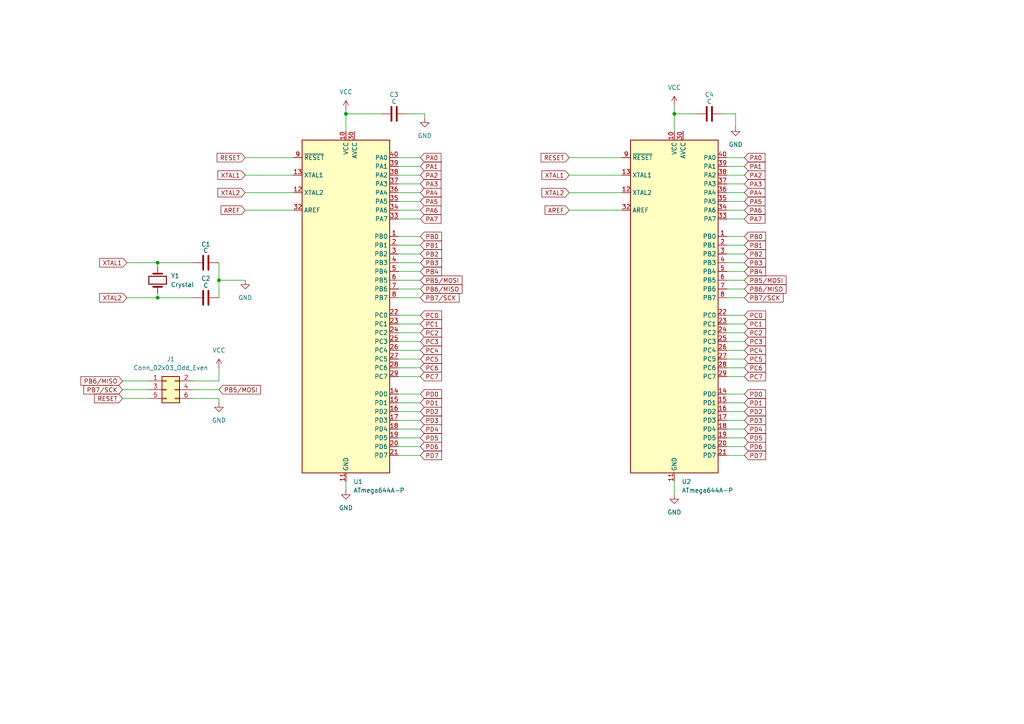
<source format=kicad_sch>
(kicad_sch (version 20250114) (generator "eeschema") (generator_version "9.0")
  (paper "A4")
  (lib_symbols
    (symbol "Connector_Generic:Conn_02x03_Odd_Even" (pin_names (offset 1.016) (hide yes))
      (property "Reference" "J" (at 1.27 5.08 0))
      (property "Value" "Conn_02x03_Odd_Even" (at 1.27 -5.08 0))
      (symbol "Conn_02x03_Odd_Even_1_1"
        (rectangle (start -1.27 3.81) (end 3.81 -3.81) (stroke (width 0.254)) (fill (type background)))
        (rectangle (start -1.27 2.667) (end 0 2.413) (stroke (width 0.1524)))
        (rectangle (start -1.27 0.127) (end 0 -0.127) (stroke (width 0.1524)))
        (rectangle (start -1.27 -2.413) (end 0 -2.667) (stroke (width 0.1524)))
        (rectangle (start 3.81 2.667) (end 2.54 2.413) (stroke (width 0.1524)))
        (rectangle (start 3.81 0.127) (end 2.54 -0.127) (stroke (width 0.1524)))
        (rectangle (start 3.81 -2.413) (end 2.54 -2.667) (stroke (width 0.1524)))
        (pin passive line (at -5.08 2.54 0) (length 3.81) (name "Pin_1") (number "1"))
        (pin passive line (at -5.08 0 0) (length 3.81) (name "Pin_3") (number "3"))
        (pin passive line (at -5.08 -2.54 0) (length 3.81) (name "Pin_5") (number "5"))
        (pin passive line (at 7.62 2.54 180) (length 3.81) (name "Pin_2") (number "2"))
        (pin passive line (at 7.62 0 180) (length 3.81) (name "Pin_4") (number "4"))
        (pin passive line (at 7.62 -2.54 180) (length 3.81) (name "Pin_6") (number "6"))
      )
    )
    (symbol "Device:C" (pin_numbers (hide yes)) (pin_names (offset 0.254))
      (property "Reference" "C" (at 0.635 2.54 0))
      (property "Value" "C" (at 0.635 -2.54 0))
      (symbol "C_0_1"
        (polyline (pts (xy -2.032 0.762) (xy 2.032 0.762)) (stroke (width 0.508)))
        (polyline (pts (xy -2.032 -0.762) (xy 2.032 -0.762)) (stroke (width 0.508)))
      )
      (symbol "C_1_1"
        (pin passive line (at 0 3.81 270) (length 2.794) (name "~") (number "1"))
        (pin passive line (at 0 -3.81 90) (length 2.794) (name "~") (number "2"))
      )
    )
    (symbol "Device:Crystal" (pin_numbers (hide yes)) (pin_names (offset 1.016) (hide yes))
      (property "Reference" "Y" (at 0 3.81 0))
      (property "Value" "Crystal" (at 0 -3.81 0))
      (symbol "Crystal_0_1"
        (polyline (pts (xy -2.54 0) (xy -1.905 0)))
        (polyline (pts (xy -1.905 -1.27) (xy -1.905 1.27)) (stroke (width 0.508)))
        (rectangle (start -1.143 2.54) (end 1.143 -2.54) (stroke (width 0.3048)))
        (polyline (pts (xy 1.905 -1.27) (xy 1.905 1.27)) (stroke (width 0.508)))
        (polyline (pts (xy 2.54 0) (xy 1.905 0)))
      )
      (symbol "Crystal_1_1"
        (pin passive line (at -3.81 0 0) (length 1.27) (name "1") (number "1"))
        (pin passive line (at 3.81 0 180) (length 1.27) (name "2") (number "2"))
      )
    )
    (symbol "MCU_Microchip_ATmega:ATmega644A-P"
      (property "Reference" "U" (at -12.7 49.53 0))
      (property "Value" "ATmega644A-P" (at 2.54 -49.53 0))
      (symbol "ATmega644A-P_0_1"
        (rectangle (start -12.7 -48.26) (end 12.7 48.26) (stroke (width 0.254)) (fill (type background)))
      )
      (symbol "ATmega644A-P_1_1"
        (pin input line (at -15.24 43.18 0) (length 2.54) (name "~{RESET}") (number "9"))
        (pin input line (at -15.24 38.1 0) (length 2.54) (name "XTAL1") (number "13"))
        (pin output line (at -15.24 33.02 0) (length 2.54) (name "XTAL2") (number "12"))
        (pin passive line (at -15.24 27.94 0) (length 2.54) (name "AREF") (number "32"))
        (pin power_in line (at 0 50.8 270) (length 2.54) (name "VCC") (number "10"))
        (pin power_in line (at 0 -50.8 90) (length 2.54) (name "GND") (number "11"))
        (pin passive line (at 0 -50.8 90) (length 2.54) (hide yes) (name "GND") (number "31"))
        (pin power_in line (at 2.54 50.8 270) (length 2.54) (name "AVCC") (number "30"))
        (pin bidirectional line (at 15.24 43.18 180) (length 2.54) (name "PA0") (number "40"))
        (pin bidirectional line (at 15.24 40.64 180) (length 2.54) (name "PA1") (number "39"))
        (pin bidirectional line (at 15.24 38.1 180) (length 2.54) (name "PA2") (number "38"))
        (pin bidirectional line (at 15.24 35.56 180) (length 2.54) (name "PA3") (number "37"))
        (pin bidirectional line (at 15.24 33.02 180) (length 2.54) (name "PA4") (number "36"))
        (pin bidirectional line (at 15.24 30.48 180) (length 2.54) (name "PA5") (number "35"))
        (pin bidirectional line (at 15.24 27.94 180) (length 2.54) (name "PA6") (number "34"))
        (pin bidirectional line (at 15.24 25.4 180) (length 2.54) (name "PA7") (number "33"))
        (pin bidirectional line (at 15.24 20.32 180) (length 2.54) (name "PB0") (number "1"))
        (pin bidirectional line (at 15.24 17.78 180) (length 2.54) (name "PB1") (number "2"))
        (pin bidirectional line (at 15.24 15.24 180) (length 2.54) (name "PB2") (number "3"))
        (pin bidirectional line (at 15.24 12.7 180) (length 2.54) (name "PB3") (number "4"))
        (pin bidirectional line (at 15.24 10.16 180) (length 2.54) (name "PB4") (number "5"))
        (pin bidirectional line (at 15.24 7.62 180) (length 2.54) (name "PB5") (number "6"))
        (pin bidirectional line (at 15.24 5.08 180) (length 2.54) (name "PB6") (number "7"))
        (pin bidirectional line (at 15.24 2.54 180) (length 2.54) (name "PB7") (number "8"))
        (pin bidirectional line (at 15.24 -2.54 180) (length 2.54) (name "PC0") (number "22"))
        (pin bidirectional line (at 15.24 -5.08 180) (length 2.54) (name "PC1") (number "23"))
        (pin bidirectional line (at 15.24 -7.62 180) (length 2.54) (name "PC2") (number "24"))
        (pin bidirectional line (at 15.24 -10.16 180) (length 2.54) (name "PC3") (number "25"))
        (pin bidirectional line (at 15.24 -12.7 180) (length 2.54) (name "PC4") (number "26"))
        (pin bidirectional line (at 15.24 -15.24 180) (length 2.54) (name "PC5") (number "27"))
        (pin bidirectional line (at 15.24 -17.78 180) (length 2.54) (name "PC6") (number "28"))
        (pin bidirectional line (at 15.24 -20.32 180) (length 2.54) (name "PC7") (number "29"))
        (pin bidirectional line (at 15.24 -25.4 180) (length 2.54) (name "PD0") (number "14"))
        (pin bidirectional line (at 15.24 -27.94 180) (length 2.54) (name "PD1") (number "15"))
        (pin bidirectional line (at 15.24 -30.48 180) (length 2.54) (name "PD2") (number "16"))
        (pin bidirectional line (at 15.24 -33.02 180) (length 2.54) (name "PD3") (number "17"))
        (pin bidirectional line (at 15.24 -35.56 180) (length 2.54) (name "PD4") (number "18"))
        (pin bidirectional line (at 15.24 -38.1 180) (length 2.54) (name "PD5") (number "19"))
        (pin bidirectional line (at 15.24 -40.64 180) (length 2.54) (name "PD6") (number "20"))
        (pin bidirectional line (at 15.24 -43.18 180) (length 2.54) (name "PD7") (number "21"))
      )
    )
    (symbol "power:GND" (power) (pin_numbers (hide yes)) (pin_names (offset 0) (hide yes))
      (property "Value" "GND" (at 0 -3.81 0))
      (symbol "GND_0_1"
        (polyline (pts (xy 0 0) (xy 0 -1.27) (xy 1.27 -1.27) (xy 0 -2.54) (xy -1.27 -1.27) (xy 0 -1.27)))
      )
      (symbol "GND_1_1"
        (pin power_in line (at 0 0 270) (length 0) (name "~") (number "1"))
      )
    )
    (symbol "power:VCC" (power) (pin_numbers (hide yes)) (pin_names (offset 0) (hide yes))
      (property "Value" "VCC" (at 0 3.556 0))
      (symbol "VCC_0_1"
        (polyline (pts (xy -0.762 1.27) (xy 0 2.54)))
        (polyline (pts (xy 0 2.54) (xy 0.762 1.27)))
        (polyline (pts (xy 0 0) (xy 0 2.54)))
      )
      (symbol "VCC_1_1"
        (pin power_in line (at 0 0 90) (length 0) (name "~") (number "1"))
      )
    )
  )
  (junction (at 63.5 81.28))
  (junction (at 45.72 76.2))
  (junction (at 45.72 86.36))
  (junction (at 195.58 33.02))
  (junction (at 100.33 33.02))
  (wire (pts (xy 165.1 60.96) (xy 180.34 60.96)))
  (wire (pts (xy 115.57 132.08) (xy 121.92 132.08)))
  (wire (pts (xy 210.82 63.5) (xy 215.9 63.5)))
  (wire (pts (xy 115.57 53.34) (xy 121.92 53.34)))
  (wire (pts (xy 210.82 73.66) (xy 215.9 73.66)))
  (wire (pts (xy 210.82 124.46) (xy 215.9 124.46)))
  (wire (pts (xy 210.82 116.84) (xy 215.9 116.84)))
  (wire (pts (xy 115.57 121.92) (xy 121.92 121.92)))
  (wire (pts (xy 165.1 45.72) (xy 180.34 45.72)))
  (wire (pts (xy 115.57 68.58) (xy 121.92 68.58)))
  (wire (pts (xy 210.82 129.54) (xy 215.9 129.54)))
  (wire (pts (xy 35.56 113.03) (xy 43.18 113.03)))
  (wire (pts (xy 210.82 83.82) (xy 215.9 83.82)))
  (wire (pts (xy 210.82 93.98) (xy 215.9 93.98)))
  (wire (pts (xy 210.82 86.36) (xy 215.9 86.36)))
  (wire (pts (xy 71.12 45.72) (xy 85.09 45.72)))
  (wire (pts (xy 210.82 114.3) (xy 215.9 114.3)))
  (wire (pts (xy 115.57 63.5) (xy 121.92 63.5)))
  (wire (pts (xy 115.57 129.54) (xy 121.92 129.54)))
  (wire (pts (xy 210.82 81.28) (xy 215.9 81.28)))
  (wire (pts (xy 210.82 76.2) (xy 215.9 76.2)))
  (wire (pts (xy 55.88 110.49) (xy 63.5 110.49)))
  (wire (pts (xy 195.58 33.02) (xy 201.93 33.02)))
  (wire (pts (xy 195.58 139.7) (xy 195.58 143.51)))
  (wire (pts (xy 100.33 33.02) (xy 110.49 33.02)))
  (wire (pts (xy 115.57 119.38) (xy 121.92 119.38)))
  (wire (pts (xy 63.5 81.28) (xy 71.12 81.28)))
  (wire (pts (xy 213.36 33.02) (xy 213.36 36.83)))
  (wire (pts (xy 210.82 132.08) (xy 215.9 132.08)))
  (wire (pts (xy 210.82 45.72) (xy 215.9 45.72)))
  (wire (pts (xy 115.57 73.66) (xy 121.92 73.66)))
  (wire (pts (xy 115.57 127) (xy 121.92 127)))
  (wire (pts (xy 45.72 85.09) (xy 45.72 86.36)))
  (wire (pts (xy 115.57 55.88) (xy 121.92 55.88)))
  (wire (pts (xy 210.82 101.6) (xy 215.9 101.6)))
  (wire (pts (xy 210.82 48.26) (xy 215.9 48.26)))
  (wire (pts (xy 115.57 124.46) (xy 121.92 124.46)))
  (wire (pts (xy 35.56 115.57) (xy 43.18 115.57)))
  (wire (pts (xy 35.56 110.49) (xy 43.18 110.49)))
  (wire (pts (xy 63.5 110.49) (xy 63.5 106.68)))
  (wire (pts (xy 115.57 58.42) (xy 121.92 58.42)))
  (wire (pts (xy 71.12 55.88) (xy 85.09 55.88)))
  (wire (pts (xy 63.5 81.28) (xy 63.5 86.36)))
  (wire (pts (xy 71.12 60.96) (xy 85.09 60.96)))
  (wire (pts (xy 210.82 119.38) (xy 215.9 119.38)))
  (wire (pts (xy 210.82 104.14) (xy 215.9 104.14)))
  (wire (pts (xy 100.33 139.7) (xy 100.33 142.24)))
  (wire (pts (xy 115.57 45.72) (xy 121.92 45.72)))
  (wire (pts (xy 195.58 30.48) (xy 195.58 33.02)))
  (wire (pts (xy 210.82 99.06) (xy 215.9 99.06)))
  (wire (pts (xy 118.11 33.02) (xy 123.19 33.02)))
  (wire (pts (xy 115.57 91.44) (xy 121.92 91.44)))
  (wire (pts (xy 123.19 33.02) (xy 123.19 34.29)))
  (wire (pts (xy 115.57 104.14) (xy 121.92 104.14)))
  (wire (pts (xy 115.57 81.28) (xy 121.92 81.28)))
  (wire (pts (xy 210.82 109.22) (xy 215.9 109.22)))
  (wire (pts (xy 210.82 60.96) (xy 215.9 60.96)))
  (wire (pts (xy 210.82 55.88) (xy 215.9 55.88)))
  (wire (pts (xy 115.57 99.06) (xy 121.92 99.06)))
  (wire (pts (xy 115.57 71.12) (xy 121.92 71.12)))
  (wire (pts (xy 210.82 50.8) (xy 215.9 50.8)))
  (wire (pts (xy 210.82 53.34) (xy 215.9 53.34)))
  (wire (pts (xy 115.57 48.26) (xy 121.92 48.26)))
  (wire (pts (xy 210.82 91.44) (xy 215.9 91.44)))
  (wire (pts (xy 115.57 86.36) (xy 121.92 86.36)))
  (wire (pts (xy 115.57 50.8) (xy 121.92 50.8)))
  (wire (pts (xy 115.57 106.68) (xy 121.92 106.68)))
  (wire (pts (xy 45.72 86.36) (xy 55.88 86.36)))
  (wire (pts (xy 36.83 76.2) (xy 45.72 76.2)))
  (wire (pts (xy 115.57 101.6) (xy 121.92 101.6)))
  (wire (pts (xy 45.72 76.2) (xy 55.88 76.2)))
  (wire (pts (xy 210.82 96.52) (xy 215.9 96.52)))
  (wire (pts (xy 210.82 68.58) (xy 215.9 68.58)))
  (wire (pts (xy 115.57 109.22) (xy 121.92 109.22)))
  (wire (pts (xy 165.1 50.8) (xy 180.34 50.8)))
  (wire (pts (xy 115.57 76.2) (xy 121.92 76.2)))
  (wire (pts (xy 115.57 93.98) (xy 121.92 93.98)))
  (wire (pts (xy 115.57 96.52) (xy 121.92 96.52)))
  (wire (pts (xy 210.82 127) (xy 215.9 127)))
  (wire (pts (xy 115.57 114.3) (xy 121.92 114.3)))
  (wire (pts (xy 55.88 113.03) (xy 63.5 113.03)))
  (wire (pts (xy 115.57 116.84) (xy 121.92 116.84)))
  (wire (pts (xy 115.57 78.74) (xy 121.92 78.74)))
  (wire (pts (xy 100.33 31.75) (xy 100.33 33.02)))
  (wire (pts (xy 100.33 33.02) (xy 100.33 38.1)))
  (wire (pts (xy 210.82 58.42) (xy 215.9 58.42)))
  (wire (pts (xy 210.82 106.68) (xy 215.9 106.68)))
  (wire (pts (xy 55.88 115.57) (xy 63.5 115.57)))
  (wire (pts (xy 63.5 76.2) (xy 63.5 81.28)))
  (wire (pts (xy 71.12 50.8) (xy 85.09 50.8)))
  (wire (pts (xy 210.82 78.74) (xy 215.9 78.74)))
  (wire (pts (xy 63.5 115.57) (xy 63.5 116.84)))
  (wire (pts (xy 45.72 76.2) (xy 45.72 77.47)))
  (wire (pts (xy 210.82 71.12) (xy 215.9 71.12)))
  (wire (pts (xy 210.82 121.92) (xy 215.9 121.92)))
  (wire (pts (xy 36.83 86.36) (xy 45.72 86.36)))
  (wire (pts (xy 209.55 33.02) (xy 213.36 33.02)))
  (wire (pts (xy 165.1 55.88) (xy 180.34 55.88)))
  (wire (pts (xy 195.58 33.02) (xy 195.58 38.1)))
  (wire (pts (xy 115.57 83.82) (xy 121.92 83.82)))
  (wire (pts (xy 115.57 60.96) (xy 121.92 60.96)))
  (global_label "PC3" (shape input) (at 215.9 99.06 0) (property "Intersheetrefs" "${INTERSHEET_REFS}" (effects (hide yes))))
  (global_label "XTAL2" (shape input) (at 165.1 55.88 180) (property "Intersheetrefs" "${INTERSHEET_REFS}" (effects (hide yes))))
  (global_label "PA7" (shape input) (at 121.92 63.5 0) (property "Intersheetrefs" "${INTERSHEET_REFS}" (effects (hide yes))))
  (global_label "PA2" (shape input) (at 215.9 50.8 0) (property "Intersheetrefs" "${INTERSHEET_REFS}" (effects (hide yes))))
  (global_label "RESET" (shape input) (at 165.1 45.72 180) (property "Intersheetrefs" "${INTERSHEET_REFS}" (effects (hide yes))))
  (global_label "XTAL1" (shape input) (at 165.1 50.8 180) (property "Intersheetrefs" "${INTERSHEET_REFS}" (effects (hide yes))))
  (global_label "PD1" (shape input) (at 121.92 116.84 0) (property "Intersheetrefs" "${INTERSHEET_REFS}" (effects (hide yes))))
  (global_label "PD4" (shape input) (at 121.92 124.46 0) (property "Intersheetrefs" "${INTERSHEET_REFS}" (effects (hide yes))))
  (global_label "PB7{slash}SCK" (shape input) (at 35.56 113.03 180) (property "Intersheetrefs" "${INTERSHEET_REFS}" (effects (hide yes))))
  (global_label "PB5{slash}MOSI" (shape input) (at 63.5 113.03 0) (property "Intersheetrefs" "${INTERSHEET_REFS}" (effects (hide yes))))
  (global_label "PB7{slash}SCK" (shape input) (at 121.92 86.36 0) (property "Intersheetrefs" "${INTERSHEET_REFS}" (effects (hide yes))))
  (global_label "PC1" (shape input) (at 121.92 93.98 0) (property "Intersheetrefs" "${INTERSHEET_REFS}" (effects (hide yes))))
  (global_label "PC7" (shape input) (at 121.92 109.22 0) (property "Intersheetrefs" "${INTERSHEET_REFS}" (effects (hide yes))))
  (global_label "PB3" (shape input) (at 215.9 76.2 0) (property "Intersheetrefs" "${INTERSHEET_REFS}" (effects (hide yes))))
  (global_label "PA4" (shape input) (at 215.9 55.88 0) (property "Intersheetrefs" "${INTERSHEET_REFS}" (effects (hide yes))))
  (global_label "PB1" (shape input) (at 215.9 71.12 0) (property "Intersheetrefs" "${INTERSHEET_REFS}" (effects (hide yes))))
  (global_label "XTAL1" (shape input) (at 36.83 76.2 180) (property "Intersheetrefs" "${INTERSHEET_REFS}" (effects (hide yes))))
  (global_label "PD1" (shape input) (at 215.9 116.84 0) (property "Intersheetrefs" "${INTERSHEET_REFS}" (effects (hide yes))))
  (global_label "PC5" (shape input) (at 215.9 104.14 0) (property "Intersheetrefs" "${INTERSHEET_REFS}" (effects (hide yes))))
  (global_label "PD7" (shape input) (at 215.9 132.08 0) (property "Intersheetrefs" "${INTERSHEET_REFS}" (effects (hide yes))))
  (global_label "PD6" (shape input) (at 215.9 129.54 0) (property "Intersheetrefs" "${INTERSHEET_REFS}" (effects (hide yes))))
  (global_label "PD5" (shape input) (at 121.92 127 0) (property "Intersheetrefs" "${INTERSHEET_REFS}" (effects (hide yes))))
  (global_label "PA1" (shape input) (at 121.92 48.26 0) (property "Intersheetrefs" "${INTERSHEET_REFS}" (effects (hide yes))))
  (global_label "PB5{slash}MOSI" (shape input) (at 121.92 81.28 0) (property "Intersheetrefs" "${INTERSHEET_REFS}" (effects (hide yes))))
  (global_label "PB4" (shape input) (at 215.9 78.74 0) (property "Intersheetrefs" "${INTERSHEET_REFS}" (effects (hide yes))))
  (global_label "PD4" (shape input) (at 215.9 124.46 0) (property "Intersheetrefs" "${INTERSHEET_REFS}" (effects (hide yes))))
  (global_label "PC1" (shape input) (at 215.9 93.98 0) (property "Intersheetrefs" "${INTERSHEET_REFS}" (effects (hide yes))))
  (global_label "XTAL1" (shape input) (at 71.12 50.8 180) (property "Intersheetrefs" "${INTERSHEET_REFS}" (effects (hide yes))))
  (global_label "PA0" (shape input) (at 215.9 45.72 0) (property "Intersheetrefs" "${INTERSHEET_REFS}" (effects (hide yes))))
  (global_label "PD2" (shape input) (at 121.92 119.38 0) (property "Intersheetrefs" "${INTERSHEET_REFS}" (effects (hide yes))))
  (global_label "PB6{slash}MISO" (shape input) (at 121.92 83.82 0) (property "Intersheetrefs" "${INTERSHEET_REFS}" (effects (hide yes))))
  (global_label "PB0" (shape input) (at 215.9 68.58 0) (property "Intersheetrefs" "${INTERSHEET_REFS}" (effects (hide yes))))
  (global_label "XTAL2" (shape input) (at 71.12 55.88 180) (property "Intersheetrefs" "${INTERSHEET_REFS}" (effects (hide yes))))
  (global_label "PD2" (shape input) (at 215.9 119.38 0) (property "Intersheetrefs" "${INTERSHEET_REFS}" (effects (hide yes))))
  (global_label "PA6" (shape input) (at 121.92 60.96 0) (property "Intersheetrefs" "${INTERSHEET_REFS}" (effects (hide yes))))
  (global_label "PD3" (shape input) (at 121.92 121.92 0) (property "Intersheetrefs" "${INTERSHEET_REFS}" (effects (hide yes))))
  (global_label "PA7" (shape input) (at 215.9 63.5 0) (property "Intersheetrefs" "${INTERSHEET_REFS}" (effects (hide yes))))
  (global_label "PC7" (shape input) (at 215.9 109.22 0) (property "Intersheetrefs" "${INTERSHEET_REFS}" (effects (hide yes))))
  (global_label "PD6" (shape input) (at 121.92 129.54 0) (property "Intersheetrefs" "${INTERSHEET_REFS}" (effects (hide yes))))
  (global_label "PC0" (shape input) (at 121.92 91.44 0) (property "Intersheetrefs" "${INTERSHEET_REFS}" (effects (hide yes))))
  (global_label "PD5" (shape input) (at 215.9 127 0) (property "Intersheetrefs" "${INTERSHEET_REFS}" (effects (hide yes))))
  (global_label "PB7{slash}SCK" (shape input) (at 215.9 86.36 0) (property "Intersheetrefs" "${INTERSHEET_REFS}" (effects (hide yes))))
  (global_label "PA4" (shape input) (at 121.92 55.88 0) (property "Intersheetrefs" "${INTERSHEET_REFS}" (effects (hide yes))))
  (global_label "PD7" (shape input) (at 121.92 132.08 0) (property "Intersheetrefs" "${INTERSHEET_REFS}" (effects (hide yes))))
  (global_label "PB0" (shape input) (at 121.92 68.58 0) (property "Intersheetrefs" "${INTERSHEET_REFS}" (effects (hide yes))))
  (global_label "AREF" (shape input) (at 71.12 60.96 180) (property "Intersheetrefs" "${INTERSHEET_REFS}" (effects (hide yes))))
  (global_label "PC2" (shape input) (at 215.9 96.52 0) (property "Intersheetrefs" "${INTERSHEET_REFS}" (effects (hide yes))))
  (global_label "PA6" (shape input) (at 215.9 60.96 0) (property "Intersheetrefs" "${INTERSHEET_REFS}" (effects (hide yes))))
  (global_label "PA1" (shape input) (at 215.9 48.26 0) (property "Intersheetrefs" "${INTERSHEET_REFS}" (effects (hide yes))))
  (global_label "PC6" (shape input) (at 215.9 106.68 0) (property "Intersheetrefs" "${INTERSHEET_REFS}" (effects (hide yes))))
  (global_label "PC6" (shape input) (at 121.92 106.68 0) (property "Intersheetrefs" "${INTERSHEET_REFS}" (effects (hide yes))))
  (global_label "AREF" (shape input) (at 165.1 60.96 180) (property "Intersheetrefs" "${INTERSHEET_REFS}" (effects (hide yes))))
  (global_label "PD0" (shape input) (at 121.92 114.3 0) (property "Intersheetrefs" "${INTERSHEET_REFS}" (effects (hide yes))))
  (global_label "RESET" (shape input) (at 35.56 115.57 180) (property "Intersheetrefs" "${INTERSHEET_REFS}" (effects (hide yes))))
  (global_label "PB6{slash}MISO" (shape input) (at 215.9 83.82 0) (property "Intersheetrefs" "${INTERSHEET_REFS}" (effects (hide yes))))
  (global_label "RESET" (shape input) (at 71.12 45.72 180) (property "Intersheetrefs" "${INTERSHEET_REFS}" (effects (hide yes))))
  (global_label "PA2" (shape input) (at 121.92 50.8 0) (property "Intersheetrefs" "${INTERSHEET_REFS}" (effects (hide yes))))
  (global_label "PB3" (shape input) (at 121.92 76.2 0) (property "Intersheetrefs" "${INTERSHEET_REFS}" (effects (hide yes))))
  (global_label "PB1" (shape input) (at 121.92 71.12 0) (property "Intersheetrefs" "${INTERSHEET_REFS}" (effects (hide yes))))
  (global_label "PC4" (shape input) (at 121.92 101.6 0) (property "Intersheetrefs" "${INTERSHEET_REFS}" (effects (hide yes))))
  (global_label "PC5" (shape input) (at 121.92 104.14 0) (property "Intersheetrefs" "${INTERSHEET_REFS}" (effects (hide yes))))
  (global_label "PB5{slash}MOSI" (shape input) (at 215.9 81.28 0) (property "Intersheetrefs" "${INTERSHEET_REFS}" (effects (hide yes))))
  (global_label "PA5" (shape input) (at 215.9 58.42 0) (property "Intersheetrefs" "${INTERSHEET_REFS}" (effects (hide yes))))
  (global_label "PA0" (shape input) (at 121.92 45.72 0) (property "Intersheetrefs" "${INTERSHEET_REFS}" (effects (hide yes))))
  (global_label "PB6{slash}MISO" (shape input) (at 35.56 110.49 180) (property "Intersheetrefs" "${INTERSHEET_REFS}" (effects (hide yes))))
  (global_label "PA3" (shape input) (at 121.92 53.34 0) (property "Intersheetrefs" "${INTERSHEET_REFS}" (effects (hide yes))))
  (global_label "PA3" (shape input) (at 215.9 53.34 0) (property "Intersheetrefs" "${INTERSHEET_REFS}" (effects (hide yes))))
  (global_label "PC3" (shape input) (at 121.92 99.06 0) (property "Intersheetrefs" "${INTERSHEET_REFS}" (effects (hide yes))))
  (global_label "PC2" (shape input) (at 121.92 96.52 0) (property "Intersheetrefs" "${INTERSHEET_REFS}" (effects (hide yes))))
  (global_label "PC4" (shape input) (at 215.9 101.6 0) (property "Intersheetrefs" "${INTERSHEET_REFS}" (effects (hide yes))))
  (global_label "PC0" (shape input) (at 215.9 91.44 0) (property "Intersheetrefs" "${INTERSHEET_REFS}" (effects (hide yes))))
  (global_label "PB2" (shape input) (at 215.9 73.66 0) (property "Intersheetrefs" "${INTERSHEET_REFS}" (effects (hide yes))))
  (global_label "PD0" (shape input) (at 215.9 114.3 0) (property "Intersheetrefs" "${INTERSHEET_REFS}" (effects (hide yes))))
  (global_label "PB4" (shape input) (at 121.92 78.74 0) (property "Intersheetrefs" "${INTERSHEET_REFS}" (effects (hide yes))))
  (global_label "PD3" (shape input) (at 215.9 121.92 0) (property "Intersheetrefs" "${INTERSHEET_REFS}" (effects (hide yes))))
  (global_label "PB2" (shape input) (at 121.92 73.66 0) (property "Intersheetrefs" "${INTERSHEET_REFS}" (effects (hide yes))))
  (global_label "PA5" (shape input) (at 121.92 58.42 0) (property "Intersheetrefs" "${INTERSHEET_REFS}" (effects (hide yes))))
  (global_label "XTAL2" (shape input) (at 36.83 86.36 180) (property "Intersheetrefs" "${INTERSHEET_REFS}" (effects (hide yes))))
  (symbol (lib_id "power:GND") (at 195.58 143.51 0) (unit 1)
    (property "Reference" "#PWR02" (effects (hide yes)))
    (property "Value" "GND" (at 195.58 148.59 0))
    (property "Description" "Power symbol creates a global label with name \"GND\" , ground" (effects (hide yes)))
  )
  (symbol (lib_id "MCU_Microchip_ATmega:ATmega644A-P") (at 100.33 88.9 0) (unit 1)
    (property "Reference" "U1" (at 102.4733 139.7 0) (effects (justify left)))
    (property "Value" "ATmega644A-P" (at 102.4733 142.24 0) (effects (justify left)))
    (property "Footprint" "Package_DIP:DIP-40_W15.24mm" (effects (hide yes)))
    (property "Datasheet" "http://ww1.microchip.com/downloads/en/DeviceDoc/Atmel-8272-8-bit-AVR-microcontroller-ATmega164A_PA-324A_PA-644A_PA-1284_P_datasheet.pdf" (effects (hide yes)))
    (property "Description" "20MHz, 64kB Flash, 4kB SRAM, 2kB EEPROM, JTAG, DIP-40" (effects (hide yes)))
  )
  (symbol (lib_id "power:GND") (at 100.33 142.24 0) (unit 1)
    (property "Reference" "#PWR01" (effects (hide yes)))
    (property "Value" "GND" (at 100.33 147.32 0))
    (property "Description" "Power symbol creates a global label with name \"GND\" , ground" (effects (hide yes)))
  )
  (symbol (lib_id "power:GND") (at 213.36 36.83 0) (unit 1)
    (property "Reference" "#PWR07" (effects (hide yes)))
    (property "Value" "GND" (at 213.36 41.91 0))
    (property "Description" "Power symbol creates a global label with name \"GND\" , ground" (effects (hide yes)))
  )
  (symbol (lib_id "Device:C") (at 59.69 86.36 90) (unit 1)
    (property "Reference" "C2" (at 59.69 80.772 90))
    (property "Value" "C" (at 59.69 82.804 90))
    (property "Footprint" "Capacitor_THT:C_Axial_L3.8mm_D2.6mm_P7.50mm_Horizontal" (effects (hide yes)))
    (property "Description" "Unpolarized capacitor" (effects (hide yes)))
  )
  (symbol (lib_id "power:VCC") (at 63.5 106.68 0) (unit 1)
    (property "Reference" "#PWR08" (effects (hide yes)))
    (property "Value" "VCC" (at 63.5 101.6 0))
    (property "Description" "Power symbol creates a global label with name \"VCC\"" (effects (hide yes)))
  )
  (symbol (lib_id "power:GND") (at 123.19 34.29 0) (unit 1)
    (property "Reference" "#PWR06" (effects (hide yes)))
    (property "Value" "GND" (at 123.19 39.37 0))
    (property "Description" "Power symbol creates a global label with name \"GND\" , ground" (effects (hide yes)))
  )
  (symbol (lib_id "Device:C") (at 59.69 76.2 90) (unit 1)
    (property "Reference" "C1" (at 59.69 70.866 90))
    (property "Value" "C" (at 59.69 72.644 90))
    (property "Footprint" "Capacitor_THT:C_Axial_L3.8mm_D2.6mm_P7.50mm_Horizontal" (effects (hide yes)))
    (property "Description" "Unpolarized capacitor" (effects (hide yes)))
  )
  (symbol (lib_id "Device:Crystal") (at 45.72 81.28 270) (unit 1)
    (property "Reference" "Y1" (at 49.53 80.0099 90) (effects (justify left)))
    (property "Value" "Crystal" (at 49.53 82.5499 90) (effects (justify left)))
    (property "Footprint" "Crystal:Crystal_HC18-U_Vertical" (effects (hide yes)))
    (property "Description" "Two pin crystal" (effects (hide yes)))
  )
  (symbol (lib_id "Device:C") (at 205.74 33.02 90) (unit 1)
    (property "Reference" "C4" (at 205.74 27.432 90))
    (property "Value" "C" (at 205.74 29.464 90))
    (property "Footprint" "Capacitor_THT:C_Axial_L3.8mm_D2.6mm_P7.50mm_Horizontal" (effects (hide yes)))
    (property "Description" "Unpolarized capacitor" (effects (hide yes)))
  )
  (symbol (lib_id "MCU_Microchip_ATmega:ATmega644A-P") (at 195.58 88.9 0) (unit 1)
    (property "Reference" "U2" (at 197.7233 139.7 0) (effects (justify left)))
    (property "Value" "ATmega644A-P" (at 197.7233 142.24 0) (effects (justify left)))
    (property "Footprint" "Package_QFP:TQFP-44_10x10mm_P0.8mm" (effects (hide yes)))
    (property "Datasheet" "http://ww1.microchip.com/downloads/en/DeviceDoc/Atmel-8272-8-bit-AVR-microcontroller-ATmega164A_PA-324A_PA-644A_PA-1284_P_datasheet.pdf" (effects (hide yes)))
    (property "Description" "20MHz, 64kB Flash, 4kB SRAM, 2kB EEPROM, JTAG, DIP-40" (effects (hide yes)))
  )
  (symbol (lib_id "Connector_Generic:Conn_02x03_Odd_Even") (at 48.26 113.03 0) (unit 1)
    (property "Reference" "J1" (at 49.53 104.14 0))
    (property "Value" "Conn_02x03_Odd_Even" (at 49.53 106.68 0))
    (property "Footprint" "Connector_IDC:IDC-Header_2x03_P2.54mm_Vertical" (effects (hide yes)))
    (property "Description" "Generic connector, double row, 02x03, odd/even pin numbering scheme (row 1 odd numbers, row 2 even numbers), script generated (kicad-library-utils/schlib/autogen/connector/)" (effects (hide yes)))
  )
  (symbol (lib_id "power:VCC") (at 195.58 30.48 0) (unit 1)
    (property "Reference" "#PWR04" (effects (hide yes)))
    (property "Value" "VCC" (at 195.58 25.4 0))
    (property "Description" "Power symbol creates a global label with name \"VCC\"" (effects (hide yes)))
  )
  (symbol (lib_id "power:VCC") (at 100.33 31.75 0) (unit 1)
    (property "Reference" "#PWR03" (effects (hide yes)))
    (property "Value" "VCC" (at 100.33 26.67 0))
    (property "Description" "Power symbol creates a global label with name \"VCC\"" (effects (hide yes)))
  )
  (symbol (lib_id "power:GND") (at 71.12 81.28 0) (unit 1)
    (property "Reference" "#PWR05" (effects (hide yes)))
    (property "Value" "GND" (at 71.12 86.36 0))
    (property "Description" "Power symbol creates a global label with name \"GND\" , ground" (effects (hide yes)))
  )
  (symbol (lib_id "Device:C") (at 114.3 33.02 90) (unit 1)
    (property "Reference" "C3" (at 114.3 27.432 90))
    (property "Value" "C" (at 114.3 29.464 90))
    (property "Footprint" "Capacitor_THT:C_Axial_L3.8mm_D2.6mm_P7.50mm_Horizontal" (effects (hide yes)))
    (property "Description" "Unpolarized capacitor" (effects (hide yes)))
  )
  (symbol (lib_id "power:GND") (at 63.5 116.84 0) (unit 1)
    (property "Reference" "#PWR09" (effects (hide yes)))
    (property "Value" "GND" (at 63.5 121.92 0))
    (property "Description" "Power symbol creates a global label with name \"GND\" , ground" (effects (hide yes)))
  )
)
</source>
